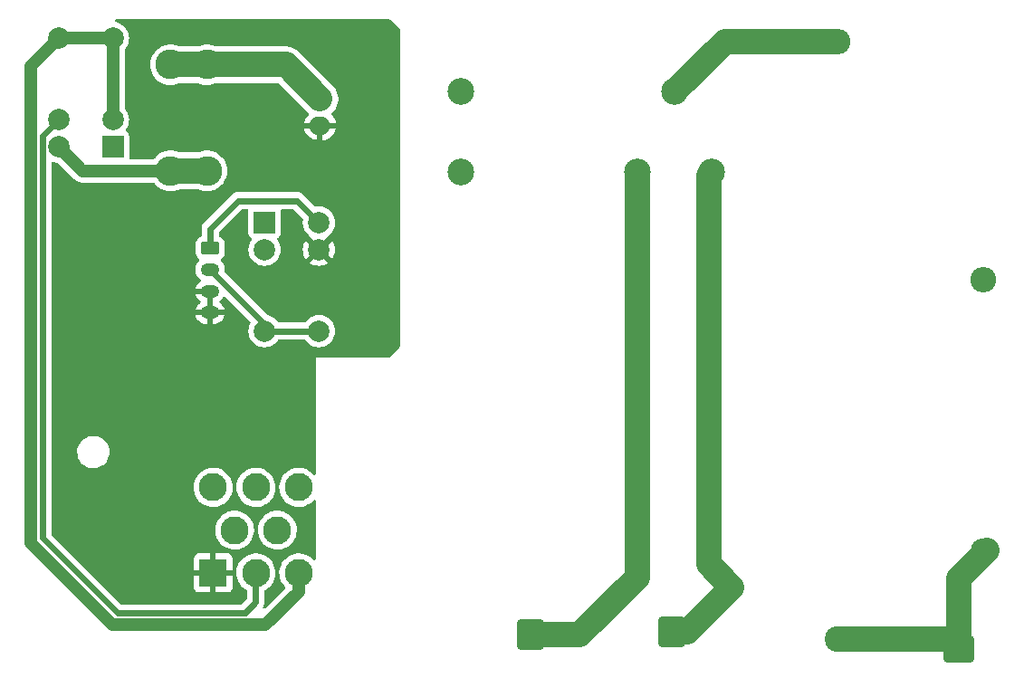
<source format=gbr>
%TF.GenerationSoftware,KiCad,Pcbnew,(6.0.1)*%
%TF.CreationDate,2022-11-29T11:44:29-05:00*%
%TF.ProjectId,pacman_side_2,7061636d-616e-45f7-9369-64655f322e6b,rev?*%
%TF.SameCoordinates,Original*%
%TF.FileFunction,Copper,L1,Top*%
%TF.FilePolarity,Positive*%
%FSLAX46Y46*%
G04 Gerber Fmt 4.6, Leading zero omitted, Abs format (unit mm)*
G04 Created by KiCad (PCBNEW (6.0.1)) date 2022-11-29 11:44:29*
%MOMM*%
%LPD*%
G01*
G04 APERTURE LIST*
G04 Aperture macros list*
%AMRoundRect*
0 Rectangle with rounded corners*
0 $1 Rounding radius*
0 $2 $3 $4 $5 $6 $7 $8 $9 X,Y pos of 4 corners*
0 Add a 4 corners polygon primitive as box body*
4,1,4,$2,$3,$4,$5,$6,$7,$8,$9,$2,$3,0*
0 Add four circle primitives for the rounded corners*
1,1,$1+$1,$2,$3*
1,1,$1+$1,$4,$5*
1,1,$1+$1,$6,$7*
1,1,$1+$1,$8,$9*
0 Add four rect primitives between the rounded corners*
20,1,$1+$1,$2,$3,$4,$5,0*
20,1,$1+$1,$4,$5,$6,$7,0*
20,1,$1+$1,$6,$7,$8,$9,0*
20,1,$1+$1,$8,$9,$2,$3,0*%
G04 Aperture macros list end*
%TA.AperFunction,ComponentPad*%
%ADD10RoundRect,0.250000X-0.625000X0.350000X-0.625000X-0.350000X0.625000X-0.350000X0.625000X0.350000X0*%
%TD*%
%TA.AperFunction,ComponentPad*%
%ADD11O,1.750000X1.200000*%
%TD*%
%TA.AperFunction,ComponentPad*%
%ADD12R,2.000000X2.000000*%
%TD*%
%TA.AperFunction,ComponentPad*%
%ADD13C,2.000000*%
%TD*%
%TA.AperFunction,ComponentPad*%
%ADD14C,2.500000*%
%TD*%
%TA.AperFunction,ComponentPad*%
%ADD15C,2.780000*%
%TD*%
%TA.AperFunction,ComponentPad*%
%ADD16RoundRect,0.250000X1.150000X-0.980000X1.150000X0.980000X-1.150000X0.980000X-1.150000X-0.980000X0*%
%TD*%
%TA.AperFunction,ComponentPad*%
%ADD17RoundRect,0.250000X-0.750000X0.600000X-0.750000X-0.600000X0.750000X-0.600000X0.750000X0.600000X0*%
%TD*%
%TA.AperFunction,ComponentPad*%
%ADD18O,2.000000X1.700000*%
%TD*%
%TA.AperFunction,ComponentPad*%
%ADD19C,2.400000*%
%TD*%
%TA.AperFunction,ComponentPad*%
%ADD20O,2.400000X2.400000*%
%TD*%
%TA.AperFunction,ComponentPad*%
%ADD21RoundRect,0.250000X0.980000X1.150000X-0.980000X1.150000X-0.980000X-1.150000X0.980000X-1.150000X0*%
%TD*%
%TA.AperFunction,ComponentPad*%
%ADD22R,2.625000X2.625000*%
%TD*%
%TA.AperFunction,ComponentPad*%
%ADD23C,2.625000*%
%TD*%
%TA.AperFunction,ViaPad*%
%ADD24C,0.800000*%
%TD*%
%TA.AperFunction,Conductor*%
%ADD25C,2.400000*%
%TD*%
%TA.AperFunction,Conductor*%
%ADD26C,0.600000*%
%TD*%
%TA.AperFunction,Conductor*%
%ADD27C,1.200000*%
%TD*%
G04 APERTURE END LIST*
D10*
%TO.P,J9,1,Pin_1*%
%TO.N,/AIR_B-*%
X107061000Y-84773000D03*
D11*
%TO.P,J9,2,Pin_2*%
%TO.N,/AIR_B+*%
X107061000Y-86773000D03*
%TO.P,J9,3,Pin_3*%
%TO.N,GND*%
X107061000Y-88773000D03*
%TO.P,J9,4,Pin_4*%
X107061000Y-90773000D03*
%TD*%
D12*
%TO.P,K3,1*%
%TO.N,unconnected-(K3-Pad1)*%
X97972500Y-75268500D03*
D13*
%TO.P,K3,2*%
%TO.N,+12V*%
X97972500Y-72728500D03*
%TO.P,K3,5*%
X97972500Y-65108500D03*
%TO.P,K3,6*%
X92892500Y-65108500D03*
%TO.P,K3,9*%
%TO.N,/BMS_FAN*%
X92892500Y-72728500D03*
%TO.P,K3,10*%
%TO.N,/FAN_OUT*%
X92892500Y-75268500D03*
%TD*%
D14*
%TO.P,K1,1*%
%TO.N,/INT-*%
X147000000Y-77621000D03*
%TO.P,K1,2*%
%TO.N,/AIR_B-*%
X130500000Y-70121000D03*
%TO.P,K1,5*%
%TO.N,Net-(K1-Pad5)*%
X150500000Y-70121000D03*
%TO.P,K1,9*%
%TO.N,Net-(D3-Pad2)*%
X130500000Y-77621000D03*
%TO.P,K1,10*%
%TO.N,/B+*%
X154000000Y-77621000D03*
%TD*%
D15*
%TO.P,F3,1*%
%TO.N,/FAN_OUT*%
X106765000Y-77521000D03*
X103365000Y-77521000D03*
%TO.P,F3,2*%
%TO.N,Net-(F3-Pad2)*%
X103365000Y-67601000D03*
X106765000Y-67601000D03*
%TD*%
D16*
%TO.P,J3,1,Pin_1*%
%TO.N,/INT+*%
X177115000Y-122224800D03*
%TD*%
D17*
%TO.P,J6,1,Pin_1*%
%TO.N,Net-(F3-Pad2)*%
X117340000Y-70811000D03*
D18*
%TO.P,J6,2,Pin_2*%
%TO.N,GND*%
X117340000Y-73311000D03*
%TD*%
D19*
%TO.P,R3,1*%
%TO.N,/INT+*%
X165735000Y-121285000D03*
D20*
%TO.P,R3,2*%
%TO.N,Net-(K1-Pad5)*%
X165735000Y-65405000D03*
%TD*%
D21*
%TO.P,J4,1,Pin_1*%
%TO.N,/B+*%
X150211000Y-120655000D03*
%TD*%
%TO.P,J5,1,Pin_1*%
%TO.N,/INT-*%
X137003000Y-120909000D03*
%TD*%
D12*
%TO.P,K2,1*%
%TO.N,unconnected-(K2-Pad1)*%
X112157500Y-82353500D03*
D13*
%TO.P,K2,2*%
%TO.N,/MAIN_CONT*%
X112157500Y-84893500D03*
%TO.P,K2,5*%
%TO.N,/AIR_B+*%
X112157500Y-92513500D03*
%TO.P,K2,6*%
X117237500Y-92513500D03*
%TO.P,K2,9*%
%TO.N,GND*%
X117237500Y-84893500D03*
%TO.P,K2,10*%
%TO.N,/AIR_B-*%
X117237500Y-82353500D03*
%TD*%
D22*
%TO.P,J1,1,Pin_1*%
%TO.N,GND*%
X107349000Y-115130000D03*
D23*
%TO.P,J1,2,Pin_2*%
%TO.N,/BMS_FAN*%
X111349000Y-115130000D03*
%TO.P,J1,3,Pin_3*%
%TO.N,+12V*%
X115349000Y-115130000D03*
%TO.P,J1,4,Pin_4*%
%TO.N,/PRECHARGE*%
X109349000Y-111130000D03*
%TO.P,J1,5,Pin_5*%
%TO.N,unconnected-(J1-Pad5)*%
X113349000Y-111130000D03*
%TO.P,J1,6,Pin_6*%
%TO.N,/AIR_B-*%
X107349000Y-107130000D03*
%TO.P,J1,7,Pin_7*%
%TO.N,/MAIN_CONT*%
X111349000Y-107130000D03*
%TO.P,J1,8,Pin_8*%
%TO.N,unconnected-(J1-Pad8)*%
X115349000Y-107130000D03*
%TD*%
D19*
%TO.P,R1,1*%
%TO.N,/INT+*%
X179324000Y-113080800D03*
D20*
%TO.P,R1,2*%
%TO.N,Net-(D1-Pad2)*%
X179324000Y-87680800D03*
%TD*%
D24*
%TO.N,GND*%
X123795000Y-78237000D03*
X119985000Y-82301000D03*
X121509000Y-80523000D03*
%TD*%
D25*
%TO.N,/INT-*%
X137003000Y-120909000D02*
X141616963Y-120909000D01*
X147000000Y-115525963D02*
X147000000Y-77621000D01*
X141616963Y-120909000D02*
X147000000Y-115525963D01*
D26*
%TO.N,/AIR_B+*%
X112157500Y-92513500D02*
X117237500Y-92513500D01*
X112157500Y-91869500D02*
X107061000Y-86773000D01*
X112157500Y-92513500D02*
X112157500Y-91869500D01*
D25*
%TO.N,/B+*%
X151642304Y-120655000D02*
X155824962Y-116472342D01*
X155575000Y-116205000D02*
X153670000Y-114300000D01*
X153670000Y-77951000D02*
X154000000Y-77621000D01*
X150211000Y-120655000D02*
X151642304Y-120655000D01*
X153670000Y-114300000D02*
X153670000Y-77951000D01*
D27*
%TO.N,+12V*%
X92892500Y-65108500D02*
X97972500Y-65108500D01*
X97972500Y-65108500D02*
X97972500Y-72728500D01*
X115315000Y-115061000D02*
X115315000Y-116917155D01*
X90293469Y-67707531D02*
X92892500Y-65108500D01*
X90293469Y-112330425D02*
X90293469Y-67707531D01*
X115315000Y-116917155D02*
X112255635Y-119976520D01*
X97939564Y-119976520D02*
X90293469Y-112330425D01*
X112255635Y-119976520D02*
X97939564Y-119976520D01*
D26*
%TO.N,/AIR_B-*%
X117237500Y-82353500D02*
X115195000Y-80311000D01*
X107061000Y-82931000D02*
X107061000Y-84773000D01*
X109681000Y-80311000D02*
X107061000Y-82931000D01*
X115195000Y-80311000D02*
X109681000Y-80311000D01*
D25*
%TO.N,/INT+*%
X177115000Y-115620000D02*
X179705000Y-113030000D01*
X177115000Y-122224800D02*
X177115000Y-115620000D01*
X176175200Y-121285000D02*
X177115000Y-122224800D01*
X165735000Y-121285000D02*
X176175200Y-121285000D01*
%TO.N,Net-(K1-Pad5)*%
X155216000Y-65405000D02*
X165735000Y-65405000D01*
X150500000Y-70121000D02*
X155216000Y-65405000D01*
%TO.N,Net-(F3-Pad2)*%
X114130000Y-67601000D02*
X117340000Y-70811000D01*
X103365000Y-67601000D02*
X106765000Y-67601000D01*
X106765000Y-67601000D02*
X114130000Y-67601000D01*
%TO.N,/FAN_OUT*%
X106765000Y-77521000D02*
X103365000Y-77521000D01*
D27*
X92892500Y-75268500D02*
X95145000Y-77521000D01*
X95145000Y-77521000D02*
X103365000Y-77521000D01*
D26*
%TO.N,/BMS_FAN*%
X91392989Y-111874989D02*
X91392989Y-74228011D01*
X111315000Y-115061000D02*
X111315000Y-117895000D01*
X91392989Y-74228011D02*
X92892500Y-72728500D01*
X110333000Y-118877000D02*
X98395000Y-118877000D01*
X98395000Y-118877000D02*
X91392989Y-111874989D01*
X111315000Y-117895000D02*
X110333000Y-118877000D01*
%TD*%
%TA.AperFunction,Conductor*%
%TO.N,GND*%
G36*
X123929028Y-63373122D02*
G01*
X123950066Y-63390066D01*
X124774095Y-64214095D01*
X124808121Y-64276407D01*
X124811000Y-64303190D01*
X124811000Y-93948810D01*
X124790998Y-94016931D01*
X124774095Y-94037905D01*
X123847905Y-94964095D01*
X123785593Y-94998121D01*
X123758810Y-95001000D01*
X116937000Y-95001000D01*
X116937000Y-105839483D01*
X116916998Y-105907604D01*
X116863342Y-105954097D01*
X116793068Y-105964201D01*
X116728488Y-105934707D01*
X116712049Y-105917488D01*
X116704258Y-105907604D01*
X116695347Y-105896301D01*
X116498206Y-105710849D01*
X116372252Y-105623471D01*
X116279657Y-105559236D01*
X116279652Y-105559233D01*
X116275819Y-105556574D01*
X116227716Y-105532852D01*
X116037259Y-105438929D01*
X116037256Y-105438928D01*
X116033071Y-105436864D01*
X115974847Y-105418226D01*
X115779741Y-105355772D01*
X115779743Y-105355772D01*
X115775296Y-105354349D01*
X115588576Y-105323940D01*
X115512768Y-105311594D01*
X115512767Y-105311594D01*
X115508156Y-105310843D01*
X115372837Y-105309071D01*
X115242196Y-105307361D01*
X115242193Y-105307361D01*
X115237519Y-105307300D01*
X114969331Y-105343799D01*
X114964845Y-105345107D01*
X114964843Y-105345107D01*
X114933135Y-105354349D01*
X114709484Y-105419537D01*
X114463686Y-105532852D01*
X114459777Y-105535415D01*
X114241250Y-105678687D01*
X114241245Y-105678691D01*
X114237337Y-105681253D01*
X114200588Y-105714053D01*
X114060055Y-105839483D01*
X114035409Y-105861480D01*
X113862339Y-106069575D01*
X113721928Y-106300965D01*
X113720119Y-106305279D01*
X113720118Y-106305281D01*
X113702123Y-106348195D01*
X113617260Y-106550568D01*
X113550637Y-106812900D01*
X113523520Y-107082198D01*
X113536506Y-107352546D01*
X113589309Y-107618006D01*
X113590888Y-107622404D01*
X113590890Y-107622411D01*
X113639871Y-107758833D01*
X113680769Y-107872744D01*
X113808878Y-108111166D01*
X113970820Y-108328033D01*
X113974129Y-108331313D01*
X113974134Y-108331319D01*
X114159722Y-108515294D01*
X114163039Y-108518582D01*
X114166801Y-108521340D01*
X114166804Y-108521343D01*
X114279988Y-108604333D01*
X114381311Y-108678626D01*
X114385442Y-108680800D01*
X114385443Y-108680800D01*
X114616707Y-108802474D01*
X114616713Y-108802476D01*
X114620842Y-108804649D01*
X114625249Y-108806188D01*
X114625256Y-108806191D01*
X114871953Y-108892341D01*
X114876369Y-108893883D01*
X114880962Y-108894755D01*
X115137690Y-108943497D01*
X115137693Y-108943497D01*
X115142279Y-108944368D01*
X115270855Y-108949420D01*
X115408062Y-108954811D01*
X115408067Y-108954811D01*
X115412730Y-108954994D01*
X115517708Y-108943497D01*
X115677128Y-108926038D01*
X115677133Y-108926037D01*
X115681781Y-108925528D01*
X115686305Y-108924337D01*
X115938999Y-108857808D01*
X115939001Y-108857807D01*
X115943522Y-108856617D01*
X116060892Y-108806191D01*
X116187908Y-108751621D01*
X116187910Y-108751620D01*
X116192202Y-108749776D01*
X116311642Y-108675864D01*
X116418385Y-108609810D01*
X116418389Y-108609807D01*
X116422358Y-108607351D01*
X116523955Y-108521343D01*
X116625368Y-108435491D01*
X116625370Y-108435489D01*
X116628935Y-108432471D01*
X116716269Y-108332885D01*
X116776221Y-108294858D01*
X116847217Y-108295280D01*
X116906713Y-108334018D01*
X116935822Y-108398773D01*
X116937000Y-108415963D01*
X116937000Y-113839483D01*
X116916998Y-113907604D01*
X116863342Y-113954097D01*
X116793068Y-113964201D01*
X116728488Y-113934707D01*
X116712049Y-113917488D01*
X116704258Y-113907604D01*
X116695347Y-113896301D01*
X116498206Y-113710849D01*
X116357000Y-113612891D01*
X116279657Y-113559236D01*
X116279652Y-113559233D01*
X116275819Y-113556574D01*
X116227716Y-113532852D01*
X116037259Y-113438929D01*
X116037256Y-113438928D01*
X116033071Y-113436864D01*
X115992938Y-113424017D01*
X115779741Y-113355772D01*
X115779743Y-113355772D01*
X115775296Y-113354349D01*
X115611147Y-113327616D01*
X115512768Y-113311594D01*
X115512767Y-113311594D01*
X115508156Y-113310843D01*
X115372838Y-113309072D01*
X115242196Y-113307361D01*
X115242193Y-113307361D01*
X115237519Y-113307300D01*
X114969331Y-113343799D01*
X114964845Y-113345107D01*
X114964843Y-113345107D01*
X114933135Y-113354349D01*
X114709484Y-113419537D01*
X114463686Y-113532852D01*
X114459777Y-113535415D01*
X114241250Y-113678687D01*
X114241245Y-113678691D01*
X114237337Y-113681253D01*
X114142374Y-113766010D01*
X114060055Y-113839483D01*
X114035409Y-113861480D01*
X113862339Y-114069575D01*
X113721928Y-114300965D01*
X113720119Y-114305279D01*
X113720118Y-114305281D01*
X113702123Y-114348195D01*
X113617260Y-114550568D01*
X113550637Y-114812900D01*
X113523520Y-115082198D01*
X113536506Y-115352546D01*
X113589309Y-115618006D01*
X113590888Y-115622404D01*
X113590890Y-115622411D01*
X113639871Y-115758833D01*
X113680769Y-115872744D01*
X113808878Y-116111166D01*
X113970820Y-116328033D01*
X114064568Y-116420967D01*
X114098863Y-116483128D01*
X114094108Y-116553965D01*
X114064956Y-116599543D01*
X112219116Y-118445383D01*
X112156804Y-118479409D01*
X112085989Y-118474344D01*
X112029153Y-118431797D01*
X112004342Y-118365277D01*
X112016576Y-118301458D01*
X112018068Y-118298371D01*
X112025602Y-118284945D01*
X112039948Y-118262684D01*
X112043765Y-118256762D01*
X112046173Y-118250145D01*
X112046176Y-118250140D01*
X112058592Y-118216027D01*
X112063553Y-118204284D01*
X112079353Y-118171600D01*
X112079356Y-118171591D01*
X112082421Y-118165251D01*
X112089966Y-118132572D01*
X112094334Y-118117825D01*
X112105803Y-118086315D01*
X112106685Y-118079330D01*
X112106687Y-118079323D01*
X112111237Y-118043308D01*
X112113472Y-118030757D01*
X112121640Y-117995378D01*
X112123225Y-117988515D01*
X112123367Y-117947926D01*
X112123396Y-117947057D01*
X112123500Y-117946231D01*
X112123500Y-117909714D01*
X112123858Y-117807130D01*
X112123589Y-117805927D01*
X112123500Y-117804283D01*
X112123500Y-116861608D01*
X112143502Y-116793487D01*
X112190675Y-116750432D01*
X112192202Y-116749776D01*
X112307179Y-116678626D01*
X112418385Y-116609810D01*
X112418389Y-116609807D01*
X112422358Y-116607351D01*
X112523955Y-116521343D01*
X112625368Y-116435491D01*
X112625370Y-116435489D01*
X112628935Y-116432471D01*
X112807393Y-116228978D01*
X112953813Y-116001342D01*
X113064978Y-115754565D01*
X113138446Y-115494067D01*
X113172603Y-115225571D01*
X113175106Y-115130000D01*
X113155048Y-114860084D01*
X113095314Y-114596098D01*
X112997216Y-114343841D01*
X112862910Y-114108854D01*
X112695347Y-113896301D01*
X112498206Y-113710849D01*
X112357000Y-113612891D01*
X112279657Y-113559236D01*
X112279652Y-113559233D01*
X112275819Y-113556574D01*
X112227716Y-113532852D01*
X112037259Y-113438929D01*
X112037256Y-113438928D01*
X112033071Y-113436864D01*
X111992938Y-113424017D01*
X111779741Y-113355772D01*
X111779743Y-113355772D01*
X111775296Y-113354349D01*
X111611147Y-113327616D01*
X111512768Y-113311594D01*
X111512767Y-113311594D01*
X111508156Y-113310843D01*
X111372838Y-113309072D01*
X111242196Y-113307361D01*
X111242193Y-113307361D01*
X111237519Y-113307300D01*
X110969331Y-113343799D01*
X110964845Y-113345107D01*
X110964843Y-113345107D01*
X110933135Y-113354349D01*
X110709484Y-113419537D01*
X110463686Y-113532852D01*
X110459777Y-113535415D01*
X110241250Y-113678687D01*
X110241245Y-113678691D01*
X110237337Y-113681253D01*
X110142374Y-113766010D01*
X110060055Y-113839483D01*
X110035409Y-113861480D01*
X109862339Y-114069575D01*
X109721928Y-114300965D01*
X109720119Y-114305279D01*
X109720118Y-114305281D01*
X109702123Y-114348195D01*
X109617260Y-114550568D01*
X109550637Y-114812900D01*
X109523520Y-115082198D01*
X109536506Y-115352546D01*
X109589309Y-115618006D01*
X109590888Y-115622404D01*
X109590890Y-115622411D01*
X109639871Y-115758833D01*
X109680769Y-115872744D01*
X109808878Y-116111166D01*
X109970820Y-116328033D01*
X109974127Y-116331311D01*
X109974134Y-116331319D01*
X110138227Y-116493986D01*
X110163039Y-116518582D01*
X110166801Y-116521340D01*
X110166804Y-116521343D01*
X110284104Y-116607351D01*
X110381311Y-116678626D01*
X110439170Y-116709067D01*
X110490140Y-116758483D01*
X110506500Y-116820573D01*
X110506500Y-117507918D01*
X110486498Y-117576039D01*
X110469595Y-117597013D01*
X110035013Y-118031595D01*
X109972701Y-118065621D01*
X109945918Y-118068500D01*
X98782082Y-118068500D01*
X98713961Y-118048498D01*
X98692987Y-118031595D01*
X97148561Y-116487169D01*
X105528501Y-116487169D01*
X105528871Y-116493990D01*
X105534395Y-116544852D01*
X105538021Y-116560104D01*
X105583176Y-116680554D01*
X105591714Y-116696149D01*
X105668215Y-116798224D01*
X105680776Y-116810785D01*
X105782851Y-116887286D01*
X105798446Y-116895824D01*
X105918894Y-116940978D01*
X105934149Y-116944605D01*
X105985014Y-116950131D01*
X105991828Y-116950500D01*
X107076885Y-116950500D01*
X107092124Y-116946025D01*
X107093329Y-116944635D01*
X107095000Y-116936952D01*
X107095000Y-116932384D01*
X107603000Y-116932384D01*
X107607475Y-116947623D01*
X107608865Y-116948828D01*
X107616548Y-116950499D01*
X108706169Y-116950499D01*
X108712990Y-116950129D01*
X108763852Y-116944605D01*
X108779104Y-116940979D01*
X108899554Y-116895824D01*
X108915149Y-116887286D01*
X109017224Y-116810785D01*
X109029785Y-116798224D01*
X109106286Y-116696149D01*
X109114824Y-116680554D01*
X109159978Y-116560106D01*
X109163605Y-116544851D01*
X109169131Y-116493986D01*
X109169500Y-116487172D01*
X109169500Y-115402115D01*
X109165025Y-115386876D01*
X109163635Y-115385671D01*
X109155952Y-115384000D01*
X107621115Y-115384000D01*
X107605876Y-115388475D01*
X107604671Y-115389865D01*
X107603000Y-115397548D01*
X107603000Y-116932384D01*
X107095000Y-116932384D01*
X107095000Y-115402115D01*
X107090525Y-115386876D01*
X107089135Y-115385671D01*
X107081452Y-115384000D01*
X105546616Y-115384000D01*
X105531377Y-115388475D01*
X105530172Y-115389865D01*
X105528501Y-115397548D01*
X105528501Y-116487169D01*
X97148561Y-116487169D01*
X95519277Y-114857885D01*
X105528500Y-114857885D01*
X105532975Y-114873124D01*
X105534365Y-114874329D01*
X105542048Y-114876000D01*
X107076885Y-114876000D01*
X107092124Y-114871525D01*
X107093329Y-114870135D01*
X107095000Y-114862452D01*
X107095000Y-114857885D01*
X107603000Y-114857885D01*
X107607475Y-114873124D01*
X107608865Y-114874329D01*
X107616548Y-114876000D01*
X109151384Y-114876000D01*
X109166623Y-114871525D01*
X109167828Y-114870135D01*
X109169499Y-114862452D01*
X109169499Y-113772831D01*
X109169129Y-113766010D01*
X109163605Y-113715148D01*
X109159979Y-113699896D01*
X109114824Y-113579446D01*
X109106286Y-113563851D01*
X109029785Y-113461776D01*
X109017224Y-113449215D01*
X108915149Y-113372714D01*
X108899554Y-113364176D01*
X108779106Y-113319022D01*
X108763851Y-113315395D01*
X108712986Y-113309869D01*
X108706172Y-113309500D01*
X107621115Y-113309500D01*
X107605876Y-113313975D01*
X107604671Y-113315365D01*
X107603000Y-113323048D01*
X107603000Y-114857885D01*
X107095000Y-114857885D01*
X107095000Y-113327616D01*
X107090525Y-113312377D01*
X107089135Y-113311172D01*
X107081452Y-113309501D01*
X105991831Y-113309501D01*
X105985010Y-113309871D01*
X105934148Y-113315395D01*
X105918896Y-113319021D01*
X105798446Y-113364176D01*
X105782851Y-113372714D01*
X105680776Y-113449215D01*
X105668215Y-113461776D01*
X105591714Y-113563851D01*
X105583176Y-113579446D01*
X105538022Y-113699894D01*
X105534395Y-113715149D01*
X105528869Y-113766014D01*
X105528500Y-113772828D01*
X105528500Y-114857885D01*
X95519277Y-114857885D01*
X92238394Y-111577002D01*
X92204368Y-111514690D01*
X92201489Y-111487907D01*
X92201489Y-111082198D01*
X107523520Y-111082198D01*
X107536506Y-111352546D01*
X107589309Y-111618006D01*
X107590888Y-111622404D01*
X107590890Y-111622411D01*
X107639871Y-111758833D01*
X107680769Y-111872744D01*
X107808878Y-112111166D01*
X107970820Y-112328033D01*
X107974129Y-112331313D01*
X107974134Y-112331319D01*
X108159722Y-112515294D01*
X108163039Y-112518582D01*
X108166801Y-112521340D01*
X108166804Y-112521343D01*
X108279988Y-112604333D01*
X108381311Y-112678626D01*
X108385442Y-112680800D01*
X108385443Y-112680800D01*
X108616707Y-112802474D01*
X108616713Y-112802476D01*
X108620842Y-112804649D01*
X108625249Y-112806188D01*
X108625256Y-112806191D01*
X108871953Y-112892341D01*
X108876369Y-112893883D01*
X108880962Y-112894755D01*
X109137690Y-112943497D01*
X109137693Y-112943497D01*
X109142279Y-112944368D01*
X109270855Y-112949420D01*
X109408062Y-112954811D01*
X109408067Y-112954811D01*
X109412730Y-112954994D01*
X109517708Y-112943497D01*
X109677128Y-112926038D01*
X109677133Y-112926037D01*
X109681781Y-112925528D01*
X109686305Y-112924337D01*
X109938999Y-112857808D01*
X109939001Y-112857807D01*
X109943522Y-112856617D01*
X110060892Y-112806191D01*
X110187908Y-112751621D01*
X110187910Y-112751620D01*
X110192202Y-112749776D01*
X110311642Y-112675864D01*
X110418385Y-112609810D01*
X110418389Y-112609807D01*
X110422358Y-112607351D01*
X110523955Y-112521343D01*
X110625368Y-112435491D01*
X110625370Y-112435489D01*
X110628935Y-112432471D01*
X110807393Y-112228978D01*
X110953813Y-112001342D01*
X111064978Y-111754565D01*
X111138446Y-111494067D01*
X111172603Y-111225571D01*
X111175106Y-111130000D01*
X111171554Y-111082198D01*
X111523520Y-111082198D01*
X111536506Y-111352546D01*
X111589309Y-111618006D01*
X111590888Y-111622404D01*
X111590890Y-111622411D01*
X111639871Y-111758833D01*
X111680769Y-111872744D01*
X111808878Y-112111166D01*
X111970820Y-112328033D01*
X111974129Y-112331313D01*
X111974134Y-112331319D01*
X112159722Y-112515294D01*
X112163039Y-112518582D01*
X112166801Y-112521340D01*
X112166804Y-112521343D01*
X112279988Y-112604333D01*
X112381311Y-112678626D01*
X112385442Y-112680800D01*
X112385443Y-112680800D01*
X112616707Y-112802474D01*
X112616713Y-112802476D01*
X112620842Y-112804649D01*
X112625249Y-112806188D01*
X112625256Y-112806191D01*
X112871953Y-112892341D01*
X112876369Y-112893883D01*
X112880962Y-112894755D01*
X113137690Y-112943497D01*
X113137693Y-112943497D01*
X113142279Y-112944368D01*
X113270855Y-112949420D01*
X113408062Y-112954811D01*
X113408067Y-112954811D01*
X113412730Y-112954994D01*
X113517708Y-112943497D01*
X113677128Y-112926038D01*
X113677133Y-112926037D01*
X113681781Y-112925528D01*
X113686305Y-112924337D01*
X113938999Y-112857808D01*
X113939001Y-112857807D01*
X113943522Y-112856617D01*
X114060892Y-112806191D01*
X114187908Y-112751621D01*
X114187910Y-112751620D01*
X114192202Y-112749776D01*
X114311642Y-112675864D01*
X114418385Y-112609810D01*
X114418389Y-112609807D01*
X114422358Y-112607351D01*
X114523955Y-112521343D01*
X114625368Y-112435491D01*
X114625370Y-112435489D01*
X114628935Y-112432471D01*
X114807393Y-112228978D01*
X114953813Y-112001342D01*
X115064978Y-111754565D01*
X115138446Y-111494067D01*
X115172603Y-111225571D01*
X115175106Y-111130000D01*
X115155048Y-110860084D01*
X115095314Y-110596098D01*
X114997216Y-110343841D01*
X114862910Y-110108854D01*
X114695347Y-109896301D01*
X114498206Y-109710849D01*
X114372252Y-109623471D01*
X114279657Y-109559236D01*
X114279652Y-109559233D01*
X114275819Y-109556574D01*
X114227716Y-109532852D01*
X114037259Y-109438929D01*
X114037256Y-109438928D01*
X114033071Y-109436864D01*
X113974847Y-109418226D01*
X113779741Y-109355772D01*
X113779743Y-109355772D01*
X113775296Y-109354349D01*
X113628860Y-109330501D01*
X113512768Y-109311594D01*
X113512767Y-109311594D01*
X113508156Y-109310843D01*
X113372838Y-109309072D01*
X113242196Y-109307361D01*
X113242193Y-109307361D01*
X113237519Y-109307300D01*
X112969331Y-109343799D01*
X112964845Y-109345107D01*
X112964843Y-109345107D01*
X112933135Y-109354349D01*
X112709484Y-109419537D01*
X112463686Y-109532852D01*
X112459777Y-109535415D01*
X112241250Y-109678687D01*
X112241245Y-109678691D01*
X112237337Y-109681253D01*
X112035409Y-109861480D01*
X111862339Y-110069575D01*
X111721928Y-110300965D01*
X111720119Y-110305279D01*
X111720118Y-110305281D01*
X111702123Y-110348195D01*
X111617260Y-110550568D01*
X111550637Y-110812900D01*
X111523520Y-111082198D01*
X111171554Y-111082198D01*
X111155048Y-110860084D01*
X111095314Y-110596098D01*
X110997216Y-110343841D01*
X110862910Y-110108854D01*
X110695347Y-109896301D01*
X110498206Y-109710849D01*
X110372252Y-109623471D01*
X110279657Y-109559236D01*
X110279652Y-109559233D01*
X110275819Y-109556574D01*
X110227716Y-109532852D01*
X110037259Y-109438929D01*
X110037256Y-109438928D01*
X110033071Y-109436864D01*
X109974847Y-109418226D01*
X109779741Y-109355772D01*
X109779743Y-109355772D01*
X109775296Y-109354349D01*
X109628860Y-109330501D01*
X109512768Y-109311594D01*
X109512767Y-109311594D01*
X109508156Y-109310843D01*
X109372838Y-109309072D01*
X109242196Y-109307361D01*
X109242193Y-109307361D01*
X109237519Y-109307300D01*
X108969331Y-109343799D01*
X108964845Y-109345107D01*
X108964843Y-109345107D01*
X108933135Y-109354349D01*
X108709484Y-109419537D01*
X108463686Y-109532852D01*
X108459777Y-109535415D01*
X108241250Y-109678687D01*
X108241245Y-109678691D01*
X108237337Y-109681253D01*
X108035409Y-109861480D01*
X107862339Y-110069575D01*
X107721928Y-110300965D01*
X107720119Y-110305279D01*
X107720118Y-110305281D01*
X107702123Y-110348195D01*
X107617260Y-110550568D01*
X107550637Y-110812900D01*
X107523520Y-111082198D01*
X92201489Y-111082198D01*
X92201489Y-107082198D01*
X105523520Y-107082198D01*
X105536506Y-107352546D01*
X105589309Y-107618006D01*
X105590888Y-107622404D01*
X105590890Y-107622411D01*
X105639871Y-107758833D01*
X105680769Y-107872744D01*
X105808878Y-108111166D01*
X105970820Y-108328033D01*
X105974129Y-108331313D01*
X105974134Y-108331319D01*
X106159722Y-108515294D01*
X106163039Y-108518582D01*
X106166801Y-108521340D01*
X106166804Y-108521343D01*
X106279988Y-108604333D01*
X106381311Y-108678626D01*
X106385442Y-108680800D01*
X106385443Y-108680800D01*
X106616707Y-108802474D01*
X106616713Y-108802476D01*
X106620842Y-108804649D01*
X106625249Y-108806188D01*
X106625256Y-108806191D01*
X106871953Y-108892341D01*
X106876369Y-108893883D01*
X106880962Y-108894755D01*
X107137690Y-108943497D01*
X107137693Y-108943497D01*
X107142279Y-108944368D01*
X107270855Y-108949420D01*
X107408062Y-108954811D01*
X107408067Y-108954811D01*
X107412730Y-108954994D01*
X107517708Y-108943497D01*
X107677128Y-108926038D01*
X107677133Y-108926037D01*
X107681781Y-108925528D01*
X107686305Y-108924337D01*
X107938999Y-108857808D01*
X107939001Y-108857807D01*
X107943522Y-108856617D01*
X108060892Y-108806191D01*
X108187908Y-108751621D01*
X108187910Y-108751620D01*
X108192202Y-108749776D01*
X108311642Y-108675864D01*
X108418385Y-108609810D01*
X108418389Y-108609807D01*
X108422358Y-108607351D01*
X108523955Y-108521343D01*
X108625368Y-108435491D01*
X108625370Y-108435489D01*
X108628935Y-108432471D01*
X108807393Y-108228978D01*
X108953813Y-108001342D01*
X109064978Y-107754565D01*
X109138446Y-107494067D01*
X109172603Y-107225571D01*
X109175106Y-107130000D01*
X109171554Y-107082198D01*
X109523520Y-107082198D01*
X109536506Y-107352546D01*
X109589309Y-107618006D01*
X109590888Y-107622404D01*
X109590890Y-107622411D01*
X109639871Y-107758833D01*
X109680769Y-107872744D01*
X109808878Y-108111166D01*
X109970820Y-108328033D01*
X109974129Y-108331313D01*
X109974134Y-108331319D01*
X110159722Y-108515294D01*
X110163039Y-108518582D01*
X110166801Y-108521340D01*
X110166804Y-108521343D01*
X110279988Y-108604333D01*
X110381311Y-108678626D01*
X110385442Y-108680800D01*
X110385443Y-108680800D01*
X110616707Y-108802474D01*
X110616713Y-108802476D01*
X110620842Y-108804649D01*
X110625249Y-108806188D01*
X110625256Y-108806191D01*
X110871953Y-108892341D01*
X110876369Y-108893883D01*
X110880962Y-108894755D01*
X111137690Y-108943497D01*
X111137693Y-108943497D01*
X111142279Y-108944368D01*
X111270855Y-108949420D01*
X111408062Y-108954811D01*
X111408067Y-108954811D01*
X111412730Y-108954994D01*
X111517708Y-108943497D01*
X111677128Y-108926038D01*
X111677133Y-108926037D01*
X111681781Y-108925528D01*
X111686305Y-108924337D01*
X111938999Y-108857808D01*
X111939001Y-108857807D01*
X111943522Y-108856617D01*
X112060892Y-108806191D01*
X112187908Y-108751621D01*
X112187910Y-108751620D01*
X112192202Y-108749776D01*
X112311642Y-108675864D01*
X112418385Y-108609810D01*
X112418389Y-108609807D01*
X112422358Y-108607351D01*
X112523955Y-108521343D01*
X112625368Y-108435491D01*
X112625370Y-108435489D01*
X112628935Y-108432471D01*
X112807393Y-108228978D01*
X112953813Y-108001342D01*
X113064978Y-107754565D01*
X113138446Y-107494067D01*
X113172603Y-107225571D01*
X113175106Y-107130000D01*
X113155048Y-106860084D01*
X113095314Y-106596098D01*
X112997216Y-106343841D01*
X112862910Y-106108854D01*
X112695347Y-105896301D01*
X112498206Y-105710849D01*
X112372252Y-105623471D01*
X112279657Y-105559236D01*
X112279652Y-105559233D01*
X112275819Y-105556574D01*
X112227716Y-105532852D01*
X112037259Y-105438929D01*
X112037256Y-105438928D01*
X112033071Y-105436864D01*
X111974847Y-105418226D01*
X111779741Y-105355772D01*
X111779743Y-105355772D01*
X111775296Y-105354349D01*
X111588576Y-105323940D01*
X111512768Y-105311594D01*
X111512767Y-105311594D01*
X111508156Y-105310843D01*
X111372837Y-105309071D01*
X111242196Y-105307361D01*
X111242193Y-105307361D01*
X111237519Y-105307300D01*
X110969331Y-105343799D01*
X110964845Y-105345107D01*
X110964843Y-105345107D01*
X110933135Y-105354349D01*
X110709484Y-105419537D01*
X110463686Y-105532852D01*
X110459777Y-105535415D01*
X110241250Y-105678687D01*
X110241245Y-105678691D01*
X110237337Y-105681253D01*
X110200588Y-105714053D01*
X110060055Y-105839483D01*
X110035409Y-105861480D01*
X109862339Y-106069575D01*
X109721928Y-106300965D01*
X109720119Y-106305279D01*
X109720118Y-106305281D01*
X109702123Y-106348195D01*
X109617260Y-106550568D01*
X109550637Y-106812900D01*
X109523520Y-107082198D01*
X109171554Y-107082198D01*
X109155048Y-106860084D01*
X109095314Y-106596098D01*
X108997216Y-106343841D01*
X108862910Y-106108854D01*
X108695347Y-105896301D01*
X108498206Y-105710849D01*
X108372252Y-105623471D01*
X108279657Y-105559236D01*
X108279652Y-105559233D01*
X108275819Y-105556574D01*
X108227716Y-105532852D01*
X108037259Y-105438929D01*
X108037256Y-105438928D01*
X108033071Y-105436864D01*
X107974847Y-105418226D01*
X107779741Y-105355772D01*
X107779743Y-105355772D01*
X107775296Y-105354349D01*
X107588576Y-105323940D01*
X107512768Y-105311594D01*
X107512767Y-105311594D01*
X107508156Y-105310843D01*
X107372837Y-105309071D01*
X107242196Y-105307361D01*
X107242193Y-105307361D01*
X107237519Y-105307300D01*
X106969331Y-105343799D01*
X106964845Y-105345107D01*
X106964843Y-105345107D01*
X106933135Y-105354349D01*
X106709484Y-105419537D01*
X106463686Y-105532852D01*
X106459777Y-105535415D01*
X106241250Y-105678687D01*
X106241245Y-105678691D01*
X106237337Y-105681253D01*
X106200588Y-105714053D01*
X106060055Y-105839483D01*
X106035409Y-105861480D01*
X105862339Y-106069575D01*
X105721928Y-106300965D01*
X105720119Y-106305279D01*
X105720118Y-106305281D01*
X105702123Y-106348195D01*
X105617260Y-106550568D01*
X105550637Y-106812900D01*
X105523520Y-107082198D01*
X92201489Y-107082198D01*
X92201489Y-103882817D01*
X94636514Y-103882817D01*
X94637095Y-103887837D01*
X94637095Y-103887841D01*
X94652923Y-104024631D01*
X94664415Y-104123956D01*
X94665791Y-104128820D01*
X94665792Y-104128823D01*
X94711476Y-104290266D01*
X94730510Y-104357532D01*
X94732644Y-104362108D01*
X94732646Y-104362114D01*
X94789446Y-104483922D01*
X94833099Y-104577536D01*
X94969544Y-104778307D01*
X95136332Y-104954681D01*
X95140358Y-104957759D01*
X95140359Y-104957760D01*
X95325154Y-105099047D01*
X95325158Y-105099050D01*
X95329174Y-105102120D01*
X95543109Y-105216831D01*
X95772631Y-105295862D01*
X95859364Y-105310843D01*
X96007926Y-105336504D01*
X96007932Y-105336505D01*
X96011836Y-105337179D01*
X96015797Y-105337359D01*
X96015798Y-105337359D01*
X96039506Y-105338436D01*
X96039525Y-105338436D01*
X96040925Y-105338500D01*
X96210001Y-105338500D01*
X96212509Y-105338298D01*
X96212514Y-105338298D01*
X96385924Y-105324346D01*
X96385929Y-105324345D01*
X96390965Y-105323940D01*
X96395873Y-105322734D01*
X96395876Y-105322734D01*
X96621792Y-105267244D01*
X96626706Y-105266037D01*
X96631358Y-105264062D01*
X96631362Y-105264061D01*
X96845498Y-105173165D01*
X96850156Y-105171188D01*
X96956037Y-105104511D01*
X97051288Y-105044528D01*
X97051291Y-105044526D01*
X97055567Y-105041833D01*
X97154422Y-104954681D01*
X97233858Y-104884650D01*
X97233861Y-104884647D01*
X97237655Y-104881302D01*
X97391734Y-104693722D01*
X97513841Y-104483922D01*
X97600833Y-104257298D01*
X97650474Y-104019680D01*
X97661486Y-103777183D01*
X97646235Y-103645373D01*
X97634167Y-103541071D01*
X97634166Y-103541067D01*
X97633585Y-103536044D01*
X97594517Y-103397978D01*
X97568866Y-103307331D01*
X97567490Y-103302468D01*
X97565356Y-103297892D01*
X97565354Y-103297886D01*
X97467038Y-103087046D01*
X97467036Y-103087042D01*
X97464901Y-103082464D01*
X97328456Y-102881693D01*
X97161668Y-102705319D01*
X97157641Y-102702240D01*
X96972846Y-102560953D01*
X96972842Y-102560950D01*
X96968826Y-102557880D01*
X96754891Y-102443169D01*
X96525369Y-102364138D01*
X96426022Y-102346978D01*
X96290074Y-102323496D01*
X96290068Y-102323495D01*
X96286164Y-102322821D01*
X96282203Y-102322641D01*
X96282202Y-102322641D01*
X96258494Y-102321564D01*
X96258475Y-102321564D01*
X96257075Y-102321500D01*
X96087999Y-102321500D01*
X96085491Y-102321702D01*
X96085486Y-102321702D01*
X95912076Y-102335654D01*
X95912071Y-102335655D01*
X95907035Y-102336060D01*
X95902127Y-102337266D01*
X95902124Y-102337266D01*
X95786007Y-102365787D01*
X95671294Y-102393963D01*
X95666642Y-102395938D01*
X95666638Y-102395939D01*
X95559252Y-102441522D01*
X95447844Y-102488812D01*
X95443560Y-102491510D01*
X95246712Y-102615472D01*
X95246709Y-102615474D01*
X95242433Y-102618167D01*
X95238639Y-102621512D01*
X95064142Y-102775350D01*
X95064139Y-102775353D01*
X95060345Y-102778698D01*
X94906266Y-102966278D01*
X94784159Y-103176078D01*
X94697167Y-103402702D01*
X94647526Y-103640320D01*
X94636514Y-103882817D01*
X92201489Y-103882817D01*
X92201489Y-91040399D01*
X105710712Y-91040399D01*
X105732194Y-91129537D01*
X105736083Y-91140832D01*
X105818629Y-91322382D01*
X105824576Y-91332724D01*
X105939968Y-91495397D01*
X105947761Y-91504425D01*
X106091831Y-91642342D01*
X106101196Y-91649738D01*
X106268741Y-91757921D01*
X106279345Y-91763417D01*
X106464312Y-91837961D01*
X106475770Y-91841355D01*
X106672928Y-91879857D01*
X106681791Y-91880934D01*
X106684500Y-91881000D01*
X106788885Y-91881000D01*
X106804124Y-91876525D01*
X106805329Y-91875135D01*
X106807000Y-91867452D01*
X106807000Y-91862885D01*
X107315000Y-91862885D01*
X107319475Y-91878124D01*
X107320865Y-91879329D01*
X107328548Y-91881000D01*
X107385832Y-91881000D01*
X107391808Y-91880715D01*
X107540494Y-91866529D01*
X107552228Y-91864270D01*
X107743599Y-91808128D01*
X107754675Y-91803698D01*
X107931978Y-91712381D01*
X107942024Y-91705931D01*
X108098857Y-91582738D01*
X108107506Y-91574501D01*
X108238212Y-91423877D01*
X108245147Y-91414153D01*
X108345010Y-91241533D01*
X108349984Y-91230669D01*
X108415407Y-91042273D01*
X108415648Y-91041284D01*
X108414180Y-91030992D01*
X108400615Y-91027000D01*
X107333115Y-91027000D01*
X107317876Y-91031475D01*
X107316671Y-91032865D01*
X107315000Y-91040548D01*
X107315000Y-91862885D01*
X106807000Y-91862885D01*
X106807000Y-91045115D01*
X106802525Y-91029876D01*
X106801135Y-91028671D01*
X106793452Y-91027000D01*
X105725598Y-91027000D01*
X105712067Y-91030973D01*
X105710712Y-91040399D01*
X92201489Y-91040399D01*
X92201489Y-90504716D01*
X105706352Y-90504716D01*
X105707820Y-90515008D01*
X105721385Y-90519000D01*
X106788885Y-90519000D01*
X106804124Y-90514525D01*
X106805329Y-90513135D01*
X106807000Y-90505452D01*
X106807000Y-89045115D01*
X106802525Y-89029876D01*
X106801135Y-89028671D01*
X106793452Y-89027000D01*
X105725598Y-89027000D01*
X105712067Y-89030973D01*
X105710712Y-89040399D01*
X105732194Y-89129537D01*
X105736083Y-89140832D01*
X105818629Y-89322382D01*
X105824576Y-89332724D01*
X105939968Y-89495397D01*
X105947761Y-89504425D01*
X106091831Y-89642342D01*
X106101201Y-89649742D01*
X106129021Y-89667705D01*
X106175399Y-89721460D01*
X106185353Y-89791756D01*
X106155722Y-89856273D01*
X106138507Y-89872643D01*
X106023143Y-89963262D01*
X106014494Y-89971499D01*
X105883788Y-90122123D01*
X105876853Y-90131847D01*
X105776990Y-90304467D01*
X105772016Y-90315331D01*
X105706593Y-90503727D01*
X105706352Y-90504716D01*
X92201489Y-90504716D01*
X92201489Y-86718604D01*
X105673787Y-86718604D01*
X105683567Y-86929899D01*
X105733125Y-87135534D01*
X105820674Y-87328087D01*
X105943054Y-87500611D01*
X106095850Y-87646881D01*
X106100881Y-87650130D01*
X106100888Y-87650135D01*
X106128607Y-87668033D01*
X106174984Y-87721789D01*
X106184937Y-87792085D01*
X106155304Y-87856602D01*
X106138091Y-87872970D01*
X106023143Y-87963262D01*
X106014494Y-87971499D01*
X105883788Y-88122123D01*
X105876853Y-88131847D01*
X105776990Y-88304467D01*
X105772016Y-88315331D01*
X105706593Y-88503727D01*
X105706352Y-88504716D01*
X105707820Y-88515008D01*
X105721385Y-88519000D01*
X107189000Y-88519000D01*
X107257121Y-88539002D01*
X107303614Y-88592658D01*
X107315000Y-88645000D01*
X107315000Y-90500885D01*
X107319475Y-90516124D01*
X107320865Y-90517329D01*
X107328548Y-90519000D01*
X108396402Y-90519000D01*
X108409933Y-90515027D01*
X108411288Y-90505601D01*
X108389806Y-90416463D01*
X108385917Y-90405168D01*
X108303371Y-90223618D01*
X108297424Y-90213276D01*
X108182032Y-90050603D01*
X108174239Y-90041575D01*
X108030169Y-89903658D01*
X108020799Y-89896258D01*
X107992979Y-89878295D01*
X107946601Y-89824540D01*
X107936647Y-89754244D01*
X107966278Y-89689727D01*
X107983493Y-89673357D01*
X108098857Y-89582738D01*
X108107506Y-89574501D01*
X108238212Y-89423877D01*
X108245144Y-89414157D01*
X108277932Y-89357482D01*
X108329358Y-89308534D01*
X108399083Y-89295159D01*
X108464971Y-89321604D01*
X108476091Y-89331483D01*
X110800532Y-91655924D01*
X110834558Y-91718236D01*
X110829493Y-91789051D01*
X110818871Y-91810851D01*
X110811851Y-91822307D01*
X110811846Y-91822317D01*
X110809260Y-91826537D01*
X110807367Y-91831107D01*
X110807365Y-91831111D01*
X110720289Y-92041333D01*
X110718395Y-92045906D01*
X110662965Y-92276789D01*
X110644335Y-92513500D01*
X110662965Y-92750211D01*
X110718395Y-92981094D01*
X110809260Y-93200463D01*
X110811846Y-93204683D01*
X110930741Y-93398702D01*
X110930745Y-93398708D01*
X110933324Y-93402916D01*
X111087531Y-93583469D01*
X111268084Y-93737676D01*
X111272292Y-93740255D01*
X111272298Y-93740259D01*
X111466317Y-93859154D01*
X111470537Y-93861740D01*
X111475107Y-93863633D01*
X111475111Y-93863635D01*
X111680744Y-93948810D01*
X111689906Y-93952605D01*
X111770109Y-93971860D01*
X111915976Y-94006880D01*
X111915982Y-94006881D01*
X111920789Y-94008035D01*
X112157500Y-94026665D01*
X112394211Y-94008035D01*
X112399018Y-94006881D01*
X112399024Y-94006880D01*
X112544891Y-93971860D01*
X112625094Y-93952605D01*
X112634256Y-93948810D01*
X112839889Y-93863635D01*
X112839893Y-93863633D01*
X112844463Y-93861740D01*
X112848683Y-93859154D01*
X113042702Y-93740259D01*
X113042708Y-93740255D01*
X113046916Y-93737676D01*
X113227469Y-93583469D01*
X113381676Y-93402916D01*
X113394393Y-93382164D01*
X113447038Y-93334534D01*
X113501824Y-93322000D01*
X115893176Y-93322000D01*
X115961297Y-93342002D01*
X116000607Y-93382164D01*
X116013324Y-93402916D01*
X116167531Y-93583469D01*
X116348084Y-93737676D01*
X116352292Y-93740255D01*
X116352298Y-93740259D01*
X116546317Y-93859154D01*
X116550537Y-93861740D01*
X116555107Y-93863633D01*
X116555111Y-93863635D01*
X116760744Y-93948810D01*
X116769906Y-93952605D01*
X116850109Y-93971860D01*
X116995976Y-94006880D01*
X116995982Y-94006881D01*
X117000789Y-94008035D01*
X117237500Y-94026665D01*
X117474211Y-94008035D01*
X117479018Y-94006881D01*
X117479024Y-94006880D01*
X117624891Y-93971860D01*
X117705094Y-93952605D01*
X117714256Y-93948810D01*
X117919889Y-93863635D01*
X117919893Y-93863633D01*
X117924463Y-93861740D01*
X117928683Y-93859154D01*
X118122702Y-93740259D01*
X118122708Y-93740255D01*
X118126916Y-93737676D01*
X118307469Y-93583469D01*
X118461676Y-93402916D01*
X118464255Y-93398708D01*
X118464259Y-93398702D01*
X118583154Y-93204683D01*
X118585740Y-93200463D01*
X118676605Y-92981094D01*
X118732035Y-92750211D01*
X118750665Y-92513500D01*
X118732035Y-92276789D01*
X118676605Y-92045906D01*
X118674711Y-92041333D01*
X118587635Y-91831111D01*
X118587633Y-91831107D01*
X118585740Y-91826537D01*
X118571744Y-91803698D01*
X118464259Y-91628298D01*
X118464255Y-91628292D01*
X118461676Y-91624084D01*
X118307469Y-91443531D01*
X118126916Y-91289324D01*
X118122708Y-91286745D01*
X118122702Y-91286741D01*
X117928683Y-91167846D01*
X117924463Y-91165260D01*
X117919893Y-91163367D01*
X117919889Y-91163365D01*
X117709667Y-91076289D01*
X117709665Y-91076288D01*
X117705094Y-91074395D01*
X117583134Y-91045115D01*
X117479024Y-91020120D01*
X117479018Y-91020119D01*
X117474211Y-91018965D01*
X117237500Y-91000335D01*
X117000789Y-91018965D01*
X116995982Y-91020119D01*
X116995976Y-91020120D01*
X116891866Y-91045115D01*
X116769906Y-91074395D01*
X116765335Y-91076288D01*
X116765333Y-91076289D01*
X116555111Y-91163365D01*
X116555107Y-91163367D01*
X116550537Y-91165260D01*
X116546317Y-91167846D01*
X116352298Y-91286741D01*
X116352292Y-91286745D01*
X116348084Y-91289324D01*
X116167531Y-91443531D01*
X116164323Y-91447287D01*
X116055672Y-91574501D01*
X116013324Y-91624084D01*
X116000607Y-91644836D01*
X115947962Y-91692466D01*
X115893176Y-91705000D01*
X113501824Y-91705000D01*
X113433703Y-91684998D01*
X113394393Y-91644836D01*
X113381676Y-91624084D01*
X113339328Y-91574501D01*
X113230677Y-91447287D01*
X113227469Y-91443531D01*
X113046916Y-91289324D01*
X113042708Y-91286745D01*
X113042702Y-91286741D01*
X112848683Y-91167846D01*
X112844463Y-91165260D01*
X112839893Y-91163367D01*
X112839889Y-91163365D01*
X112629667Y-91076289D01*
X112629665Y-91076288D01*
X112625094Y-91074395D01*
X112503133Y-91045115D01*
X112502646Y-91044998D01*
X112442965Y-91011574D01*
X108468890Y-87037498D01*
X108434864Y-86975186D01*
X108433289Y-86930326D01*
X108448213Y-86827396D01*
X108438433Y-86616101D01*
X108388875Y-86410466D01*
X108378677Y-86388035D01*
X108312817Y-86243187D01*
X108301326Y-86217913D01*
X108178946Y-86045389D01*
X108174619Y-86041247D01*
X108174614Y-86041241D01*
X108083683Y-85954194D01*
X108048306Y-85892639D01*
X108051825Y-85821730D01*
X108093121Y-85763979D01*
X108104504Y-85756035D01*
X108160348Y-85721478D01*
X108285305Y-85596303D01*
X108292468Y-85584683D01*
X108374275Y-85451968D01*
X108374276Y-85451966D01*
X108378115Y-85445738D01*
X108407786Y-85356282D01*
X108431632Y-85284389D01*
X108431632Y-85284387D01*
X108433797Y-85277861D01*
X108435393Y-85262290D01*
X108444172Y-85176598D01*
X108444500Y-85173400D01*
X108444500Y-84372600D01*
X108433526Y-84266834D01*
X108412077Y-84202542D01*
X108379868Y-84106002D01*
X108377550Y-84099054D01*
X108284478Y-83948652D01*
X108159303Y-83823695D01*
X108122148Y-83800792D01*
X108014968Y-83734725D01*
X108014966Y-83734724D01*
X108008738Y-83730885D01*
X107955832Y-83713337D01*
X107897473Y-83672906D01*
X107870236Y-83607342D01*
X107869500Y-83593744D01*
X107869500Y-83318082D01*
X107889502Y-83249961D01*
X107906405Y-83228987D01*
X109978986Y-81156405D01*
X110041298Y-81122380D01*
X110068081Y-81119500D01*
X110528762Y-81119500D01*
X110596883Y-81139502D01*
X110643376Y-81193158D01*
X110654025Y-81259107D01*
X110649000Y-81305366D01*
X110649000Y-83401634D01*
X110655755Y-83463816D01*
X110706885Y-83600205D01*
X110794239Y-83716761D01*
X110910376Y-83803801D01*
X110910795Y-83804115D01*
X110910750Y-83804175D01*
X110957518Y-83851052D01*
X110972528Y-83920444D01*
X110947640Y-83986935D01*
X110942671Y-83993139D01*
X110936540Y-84000318D01*
X110933324Y-84004084D01*
X110930745Y-84008292D01*
X110930741Y-84008298D01*
X110811846Y-84202317D01*
X110809260Y-84206537D01*
X110807367Y-84211107D01*
X110807365Y-84211111D01*
X110740475Y-84372600D01*
X110718395Y-84425906D01*
X110662965Y-84656789D01*
X110644335Y-84893500D01*
X110662965Y-85130211D01*
X110664119Y-85135018D01*
X110664120Y-85135024D01*
X110674114Y-85176650D01*
X110718395Y-85361094D01*
X110720288Y-85365665D01*
X110720289Y-85365667D01*
X110807272Y-85575663D01*
X110809260Y-85580463D01*
X110811846Y-85584683D01*
X110930741Y-85778702D01*
X110930745Y-85778708D01*
X110933324Y-85782916D01*
X111087531Y-85963469D01*
X111268084Y-86117676D01*
X111272292Y-86120255D01*
X111272298Y-86120259D01*
X111423680Y-86213026D01*
X111470537Y-86241740D01*
X111475107Y-86243633D01*
X111475111Y-86243635D01*
X111685333Y-86330711D01*
X111689906Y-86332605D01*
X111770109Y-86351860D01*
X111915976Y-86386880D01*
X111915982Y-86386881D01*
X111920789Y-86388035D01*
X112157500Y-86406665D01*
X112394211Y-86388035D01*
X112399018Y-86386881D01*
X112399024Y-86386880D01*
X112544891Y-86351860D01*
X112625094Y-86332605D01*
X112629667Y-86330711D01*
X112839889Y-86243635D01*
X112839893Y-86243633D01*
X112844463Y-86241740D01*
X112891320Y-86213026D01*
X113033056Y-86126170D01*
X116369660Y-86126170D01*
X116375387Y-86133820D01*
X116546542Y-86238705D01*
X116555337Y-86243187D01*
X116765488Y-86330234D01*
X116774873Y-86333283D01*
X116996054Y-86386385D01*
X117005801Y-86387928D01*
X117232570Y-86405775D01*
X117242430Y-86405775D01*
X117469199Y-86387928D01*
X117478946Y-86386385D01*
X117700127Y-86333283D01*
X117709512Y-86330234D01*
X117919663Y-86243187D01*
X117928458Y-86238705D01*
X118095945Y-86136068D01*
X118105407Y-86125610D01*
X118101624Y-86116834D01*
X117250312Y-85265522D01*
X117236368Y-85257908D01*
X117234535Y-85258039D01*
X117227920Y-85262290D01*
X116376420Y-86113790D01*
X116369660Y-86126170D01*
X113033056Y-86126170D01*
X113042702Y-86120259D01*
X113042708Y-86120255D01*
X113046916Y-86117676D01*
X113227469Y-85963469D01*
X113381676Y-85782916D01*
X113384255Y-85778708D01*
X113384259Y-85778702D01*
X113503154Y-85584683D01*
X113505740Y-85580463D01*
X113507729Y-85575663D01*
X113594711Y-85365667D01*
X113594712Y-85365665D01*
X113596605Y-85361094D01*
X113640886Y-85176650D01*
X113650880Y-85135024D01*
X113650881Y-85135018D01*
X113652035Y-85130211D01*
X113670277Y-84898430D01*
X115725225Y-84898430D01*
X115743072Y-85125199D01*
X115744615Y-85134946D01*
X115797717Y-85356127D01*
X115800766Y-85365512D01*
X115887813Y-85575663D01*
X115892295Y-85584458D01*
X115994932Y-85751945D01*
X116005390Y-85761407D01*
X116014166Y-85757624D01*
X116865478Y-84906312D01*
X116871856Y-84894632D01*
X117601908Y-84894632D01*
X117602039Y-84896465D01*
X117606290Y-84903080D01*
X118457790Y-85754580D01*
X118470170Y-85761340D01*
X118477820Y-85755613D01*
X118582705Y-85584458D01*
X118587187Y-85575663D01*
X118674234Y-85365512D01*
X118677283Y-85356127D01*
X118730385Y-85134946D01*
X118731928Y-85125199D01*
X118749775Y-84898430D01*
X118749775Y-84888570D01*
X118731928Y-84661801D01*
X118730385Y-84652054D01*
X118677283Y-84430873D01*
X118674234Y-84421488D01*
X118587187Y-84211337D01*
X118582705Y-84202542D01*
X118480068Y-84035055D01*
X118469610Y-84025593D01*
X118460834Y-84029376D01*
X117609522Y-84880688D01*
X117601908Y-84894632D01*
X116871856Y-84894632D01*
X116873092Y-84892368D01*
X116872961Y-84890535D01*
X116868710Y-84883920D01*
X116017210Y-84032420D01*
X116004830Y-84025660D01*
X115997180Y-84031387D01*
X115892295Y-84202542D01*
X115887813Y-84211337D01*
X115800766Y-84421488D01*
X115797717Y-84430873D01*
X115744615Y-84652054D01*
X115743072Y-84661801D01*
X115725225Y-84888570D01*
X115725225Y-84898430D01*
X113670277Y-84898430D01*
X113670665Y-84893500D01*
X113652035Y-84656789D01*
X113596605Y-84425906D01*
X113574525Y-84372600D01*
X113507635Y-84211111D01*
X113507633Y-84211107D01*
X113505740Y-84206537D01*
X113503154Y-84202317D01*
X113384259Y-84008298D01*
X113384255Y-84008292D01*
X113381676Y-84004084D01*
X113378460Y-84000318D01*
X113372329Y-83993139D01*
X113343298Y-83928349D01*
X113353903Y-83858149D01*
X113400027Y-83805681D01*
X113404205Y-83804115D01*
X113520761Y-83716761D01*
X113608115Y-83600205D01*
X113659245Y-83463816D01*
X113666000Y-83401634D01*
X113666000Y-81305366D01*
X113660975Y-81259107D01*
X113673503Y-81189225D01*
X113721824Y-81137209D01*
X113786238Y-81119500D01*
X114807918Y-81119500D01*
X114876039Y-81139502D01*
X114897013Y-81156405D01*
X115715223Y-81974615D01*
X115749249Y-82036927D01*
X115748646Y-82093126D01*
X115742965Y-82116789D01*
X115724335Y-82353500D01*
X115742965Y-82590211D01*
X115744119Y-82595018D01*
X115744120Y-82595024D01*
X115777261Y-82733065D01*
X115798395Y-82821094D01*
X115800288Y-82825665D01*
X115800289Y-82825667D01*
X115837880Y-82916419D01*
X115889260Y-83040463D01*
X115891846Y-83044683D01*
X116010741Y-83238702D01*
X116010745Y-83238708D01*
X116013324Y-83242916D01*
X116167531Y-83423469D01*
X116171287Y-83426677D01*
X116171292Y-83426682D01*
X116324116Y-83557206D01*
X116362926Y-83616656D01*
X116365140Y-83651058D01*
X116373377Y-83670167D01*
X117224688Y-84521478D01*
X117238632Y-84529092D01*
X117240465Y-84528961D01*
X117247080Y-84524710D01*
X118098580Y-83673210D01*
X118107760Y-83656398D01*
X118121520Y-83593150D01*
X118150276Y-83557725D01*
X118303713Y-83426677D01*
X118307469Y-83423469D01*
X118461676Y-83242916D01*
X118464255Y-83238708D01*
X118464259Y-83238702D01*
X118583154Y-83044683D01*
X118585740Y-83040463D01*
X118637121Y-82916419D01*
X118674711Y-82825667D01*
X118674712Y-82825665D01*
X118676605Y-82821094D01*
X118697739Y-82733065D01*
X118730880Y-82595024D01*
X118730881Y-82595018D01*
X118732035Y-82590211D01*
X118750665Y-82353500D01*
X118732035Y-82116789D01*
X118730880Y-82111974D01*
X118677760Y-81890718D01*
X118676605Y-81885906D01*
X118585740Y-81666537D01*
X118583154Y-81662317D01*
X118464259Y-81468298D01*
X118464255Y-81468292D01*
X118461676Y-81464084D01*
X118307469Y-81283531D01*
X118126916Y-81129324D01*
X118122708Y-81126745D01*
X118122702Y-81126741D01*
X117928683Y-81007846D01*
X117924463Y-81005260D01*
X117919893Y-81003367D01*
X117919889Y-81003365D01*
X117709667Y-80916289D01*
X117709665Y-80916288D01*
X117705094Y-80914395D01*
X117624891Y-80895140D01*
X117479024Y-80860120D01*
X117479018Y-80860119D01*
X117474211Y-80858965D01*
X117237500Y-80840335D01*
X117000789Y-80858965D01*
X116977126Y-80864646D01*
X116906219Y-80861101D01*
X116858615Y-80831223D01*
X115773235Y-79745843D01*
X115772307Y-79744906D01*
X115714157Y-79685525D01*
X115714156Y-79685524D01*
X115709229Y-79680493D01*
X115672779Y-79657002D01*
X115662454Y-79649583D01*
X115628557Y-79622524D01*
X115598362Y-79607927D01*
X115584945Y-79600398D01*
X115582942Y-79599107D01*
X115556762Y-79582235D01*
X115550145Y-79579827D01*
X115550140Y-79579824D01*
X115516027Y-79567408D01*
X115504284Y-79562447D01*
X115471597Y-79546646D01*
X115471592Y-79546644D01*
X115465251Y-79543579D01*
X115458393Y-79541996D01*
X115458391Y-79541995D01*
X115432574Y-79536035D01*
X115417831Y-79531668D01*
X115386315Y-79520197D01*
X115379325Y-79519314D01*
X115379317Y-79519312D01*
X115343299Y-79514762D01*
X115330747Y-79512526D01*
X115295386Y-79504362D01*
X115295383Y-79504362D01*
X115288515Y-79502776D01*
X115281469Y-79502751D01*
X115281466Y-79502751D01*
X115247944Y-79502634D01*
X115247062Y-79502605D01*
X115246231Y-79502500D01*
X115209581Y-79502500D01*
X115209141Y-79502499D01*
X115110657Y-79502155D01*
X115110652Y-79502155D01*
X115107130Y-79502143D01*
X115105930Y-79502411D01*
X115104293Y-79502500D01*
X109690260Y-79502500D01*
X109688941Y-79502493D01*
X109598779Y-79501549D01*
X109591893Y-79503038D01*
X109591891Y-79503038D01*
X109585768Y-79504362D01*
X109556403Y-79510711D01*
X109543837Y-79512769D01*
X109500745Y-79517603D01*
X109494094Y-79519919D01*
X109494090Y-79519920D01*
X109469070Y-79528633D01*
X109454257Y-79532796D01*
X109421490Y-79539881D01*
X109382189Y-79558207D01*
X109370406Y-79562992D01*
X109329448Y-79577255D01*
X109315370Y-79586052D01*
X109301016Y-79595021D01*
X109287499Y-79602360D01*
X109263481Y-79613560D01*
X109263477Y-79613562D01*
X109257098Y-79616537D01*
X109251534Y-79620853D01*
X109251532Y-79620854D01*
X109222840Y-79643109D01*
X109212385Y-79650403D01*
X109175624Y-79673374D01*
X109170627Y-79678336D01*
X109170626Y-79678337D01*
X109146821Y-79701976D01*
X109146196Y-79702561D01*
X109145530Y-79703078D01*
X109119540Y-79729068D01*
X109046918Y-79801185D01*
X109046260Y-79802222D01*
X109045157Y-79803451D01*
X106495842Y-82352766D01*
X106494905Y-82353694D01*
X106430493Y-82416771D01*
X106407002Y-82453221D01*
X106399583Y-82463546D01*
X106372524Y-82497443D01*
X106369459Y-82503784D01*
X106369458Y-82503785D01*
X106357928Y-82527637D01*
X106350399Y-82541054D01*
X106332235Y-82569238D01*
X106329827Y-82575855D01*
X106329824Y-82575860D01*
X106317408Y-82609973D01*
X106312447Y-82621716D01*
X106296646Y-82654403D01*
X106296644Y-82654408D01*
X106293579Y-82660749D01*
X106291996Y-82667607D01*
X106291995Y-82667609D01*
X106286035Y-82693426D01*
X106281668Y-82708169D01*
X106270197Y-82739685D01*
X106269314Y-82746675D01*
X106269312Y-82746683D01*
X106264762Y-82782701D01*
X106262526Y-82795253D01*
X106252776Y-82837485D01*
X106252751Y-82844531D01*
X106252751Y-82844534D01*
X106252634Y-82878056D01*
X106252605Y-82878938D01*
X106252500Y-82879769D01*
X106252500Y-82916572D01*
X106252143Y-83018870D01*
X106252411Y-83020070D01*
X106252500Y-83021707D01*
X106252500Y-83593803D01*
X106232498Y-83661924D01*
X106178842Y-83708417D01*
X106166377Y-83713326D01*
X106118998Y-83729133D01*
X106118996Y-83729134D01*
X106112054Y-83731450D01*
X105961652Y-83824522D01*
X105956479Y-83829704D01*
X105929667Y-83856563D01*
X105836695Y-83949697D01*
X105832855Y-83955927D01*
X105832854Y-83955928D01*
X105785704Y-84032420D01*
X105743885Y-84100262D01*
X105688203Y-84268139D01*
X105677500Y-84372600D01*
X105677500Y-85173400D01*
X105688474Y-85279166D01*
X105744450Y-85446946D01*
X105837522Y-85597348D01*
X105962697Y-85722305D01*
X105968927Y-85726145D01*
X105968928Y-85726146D01*
X106014236Y-85754074D01*
X106061729Y-85806846D01*
X106073153Y-85876918D01*
X106044879Y-85942042D01*
X106025955Y-85960418D01*
X106018080Y-85966604D01*
X106014148Y-85971135D01*
X106014145Y-85971138D01*
X105945474Y-86050275D01*
X105879448Y-86126363D01*
X105876448Y-86131549D01*
X105876445Y-86131553D01*
X105811863Y-86243187D01*
X105773527Y-86309454D01*
X105704139Y-86509271D01*
X105673787Y-86718604D01*
X92201489Y-86718604D01*
X92201489Y-76803635D01*
X92221491Y-76735514D01*
X92275147Y-76689021D01*
X92345421Y-76678917D01*
X92375705Y-76687226D01*
X92424906Y-76707605D01*
X92505109Y-76726860D01*
X92650976Y-76761880D01*
X92650982Y-76761881D01*
X92655789Y-76763035D01*
X92778119Y-76772663D01*
X92787016Y-76773363D01*
X92853357Y-76798649D01*
X92866225Y-76809880D01*
X93577344Y-77521000D01*
X94287449Y-78231105D01*
X94294435Y-78239379D01*
X94294665Y-78239180D01*
X94298588Y-78243725D01*
X94302054Y-78248611D01*
X94306381Y-78252753D01*
X94369017Y-78312714D01*
X94370981Y-78314637D01*
X94398540Y-78342196D01*
X94400852Y-78344106D01*
X94400855Y-78344108D01*
X94404261Y-78346921D01*
X94411145Y-78353043D01*
X94454850Y-78394881D01*
X94459886Y-78398133D01*
X94459890Y-78398136D01*
X94482992Y-78413053D01*
X94494874Y-78421749D01*
X94516081Y-78439262D01*
X94516084Y-78439264D01*
X94520705Y-78443080D01*
X94557986Y-78463448D01*
X94573797Y-78472087D01*
X94581717Y-78476798D01*
X94632548Y-78509620D01*
X94638116Y-78511864D01*
X94638118Y-78511865D01*
X94663619Y-78522142D01*
X94676932Y-78528435D01*
X94706329Y-78544496D01*
X94712041Y-78546324D01*
X94712047Y-78546327D01*
X94763951Y-78562941D01*
X94772625Y-78566072D01*
X94828737Y-78588686D01*
X94861608Y-78595105D01*
X94875875Y-78598768D01*
X94902064Y-78607152D01*
X94902075Y-78607154D01*
X94907781Y-78608981D01*
X94913733Y-78609696D01*
X94967841Y-78616196D01*
X94976962Y-78617633D01*
X95013015Y-78624673D01*
X95036337Y-78629228D01*
X95041899Y-78629500D01*
X95071049Y-78629500D01*
X95086077Y-78630399D01*
X95111846Y-78633495D01*
X95111850Y-78633495D01*
X95117793Y-78634209D01*
X95123769Y-78633786D01*
X95123772Y-78633786D01*
X95179853Y-78629815D01*
X95188752Y-78629500D01*
X101757119Y-78629500D01*
X101825240Y-78649502D01*
X101860771Y-78683860D01*
X101875937Y-78705802D01*
X101879568Y-78711056D01*
X102062067Y-78908482D01*
X102065521Y-78911294D01*
X102267107Y-79075411D01*
X102267111Y-79075414D01*
X102270564Y-79078225D01*
X102500897Y-79216897D01*
X102596777Y-79257497D01*
X102744369Y-79319995D01*
X102744374Y-79319997D01*
X102748472Y-79321732D01*
X102752769Y-79322871D01*
X102752774Y-79322873D01*
X102878410Y-79356184D01*
X103008348Y-79390636D01*
X103275340Y-79422237D01*
X103544121Y-79415903D01*
X103695923Y-79390636D01*
X103804938Y-79372491D01*
X103804942Y-79372490D01*
X103809328Y-79371760D01*
X103813569Y-79370419D01*
X103813572Y-79370418D01*
X104061424Y-79292033D01*
X104061426Y-79292032D01*
X104065670Y-79290690D01*
X104069681Y-79288764D01*
X104069686Y-79288762D01*
X104167240Y-79241917D01*
X104221782Y-79229500D01*
X105905083Y-79229500D01*
X105954214Y-79239474D01*
X106144369Y-79319995D01*
X106144374Y-79319997D01*
X106148472Y-79321732D01*
X106152769Y-79322871D01*
X106152774Y-79322873D01*
X106278410Y-79356184D01*
X106408348Y-79390636D01*
X106675340Y-79422237D01*
X106944121Y-79415903D01*
X107095923Y-79390636D01*
X107204938Y-79372491D01*
X107204942Y-79372490D01*
X107209328Y-79371760D01*
X107213569Y-79370419D01*
X107213572Y-79370418D01*
X107461424Y-79292033D01*
X107461426Y-79292032D01*
X107465670Y-79290690D01*
X107469681Y-79288764D01*
X107469686Y-79288762D01*
X107704012Y-79176240D01*
X107704013Y-79176239D01*
X107708031Y-79174310D01*
X107711737Y-79171834D01*
X107927869Y-79027420D01*
X107927873Y-79027417D01*
X107931577Y-79024942D01*
X107934894Y-79021971D01*
X107934898Y-79021968D01*
X108128528Y-78848538D01*
X108128529Y-78848537D01*
X108131846Y-78845566D01*
X108304842Y-78639761D01*
X108447115Y-78411634D01*
X108555825Y-78165737D01*
X108628804Y-77906975D01*
X108664594Y-77640512D01*
X108668350Y-77521000D01*
X108649362Y-77252816D01*
X108592775Y-76989982D01*
X108499719Y-76737744D01*
X108372052Y-76501134D01*
X108212319Y-76284873D01*
X108171610Y-76243519D01*
X108026839Y-76096457D01*
X108023708Y-76093276D01*
X108020169Y-76090575D01*
X108020162Y-76090569D01*
X107813523Y-75932868D01*
X107809983Y-75930166D01*
X107749100Y-75896070D01*
X107579293Y-75800973D01*
X107579290Y-75800972D01*
X107575407Y-75798797D01*
X107571262Y-75797193D01*
X107571259Y-75797192D01*
X107328805Y-75703394D01*
X107324662Y-75701791D01*
X107320337Y-75700788D01*
X107320332Y-75700787D01*
X107176456Y-75667439D01*
X107062750Y-75641083D01*
X106794897Y-75617885D01*
X106790462Y-75618129D01*
X106790458Y-75618129D01*
X106672232Y-75624635D01*
X106526447Y-75632658D01*
X106341969Y-75669354D01*
X106267125Y-75684241D01*
X106267123Y-75684242D01*
X106262757Y-75685110D01*
X106009089Y-75774192D01*
X105962650Y-75798315D01*
X105904570Y-75812500D01*
X104231953Y-75812500D01*
X104178565Y-75800566D01*
X104175407Y-75798797D01*
X103924662Y-75701791D01*
X103920337Y-75700788D01*
X103920332Y-75700787D01*
X103776456Y-75667439D01*
X103662750Y-75641083D01*
X103394897Y-75617885D01*
X103390462Y-75618129D01*
X103390458Y-75618129D01*
X103272232Y-75624635D01*
X103126447Y-75632658D01*
X102941969Y-75669354D01*
X102867125Y-75684241D01*
X102867123Y-75684242D01*
X102862757Y-75685110D01*
X102609089Y-75774192D01*
X102370502Y-75898127D01*
X102366875Y-75900719D01*
X102366870Y-75900722D01*
X102155386Y-76051852D01*
X102151759Y-76054444D01*
X101957223Y-76240022D01*
X101859088Y-76364506D01*
X101801207Y-76405619D01*
X101760138Y-76412500D01*
X99607000Y-76412500D01*
X99538879Y-76392498D01*
X99492386Y-76338842D01*
X99481000Y-76286500D01*
X99481000Y-74220366D01*
X99474245Y-74158184D01*
X99423115Y-74021795D01*
X99335761Y-73905239D01*
X99219205Y-73817885D01*
X99219250Y-73817825D01*
X99172482Y-73770948D01*
X99157472Y-73701556D01*
X99182360Y-73635065D01*
X99187329Y-73628861D01*
X99193460Y-73621682D01*
X99193463Y-73621678D01*
X99196676Y-73617916D01*
X99199255Y-73613708D01*
X99199259Y-73613702D01*
X99220169Y-73579580D01*
X115858752Y-73579580D01*
X115883477Y-73697421D01*
X115886537Y-73707617D01*
X115967263Y-73912029D01*
X115971994Y-73921561D01*
X116086016Y-74109462D01*
X116092280Y-74118052D01*
X116236327Y-74284052D01*
X116243958Y-74291472D01*
X116413911Y-74430826D01*
X116422678Y-74436850D01*
X116613682Y-74545576D01*
X116623346Y-74550041D01*
X116829941Y-74625031D01*
X116840208Y-74627802D01*
X117057655Y-74667123D01*
X117065884Y-74668056D01*
X117070376Y-74668268D01*
X117083124Y-74664525D01*
X117084329Y-74663135D01*
X117086000Y-74655452D01*
X117086000Y-74646970D01*
X117594000Y-74646970D01*
X117598310Y-74661648D01*
X117610193Y-74663711D01*
X117714325Y-74654876D01*
X117724797Y-74653086D01*
X117937535Y-74597870D01*
X117947575Y-74594335D01*
X118147970Y-74504063D01*
X118157256Y-74498894D01*
X118339575Y-74376150D01*
X118347870Y-74369481D01*
X118506900Y-74217772D01*
X118513941Y-74209814D01*
X118645141Y-74033475D01*
X118650745Y-74024438D01*
X118750357Y-73828516D01*
X118754357Y-73818665D01*
X118819534Y-73608760D01*
X118821817Y-73598376D01*
X118823861Y-73582957D01*
X118821665Y-73568793D01*
X118808478Y-73565000D01*
X117612115Y-73565000D01*
X117596876Y-73569475D01*
X117595671Y-73570865D01*
X117594000Y-73578548D01*
X117594000Y-74646970D01*
X117086000Y-74646970D01*
X117086000Y-73583115D01*
X117081525Y-73567876D01*
X117080135Y-73566671D01*
X117072452Y-73565000D01*
X115873808Y-73565000D01*
X115860277Y-73568973D01*
X115858752Y-73579580D01*
X99220169Y-73579580D01*
X99318154Y-73419683D01*
X99320740Y-73415463D01*
X99411605Y-73196094D01*
X99444881Y-73057489D01*
X99465880Y-72970024D01*
X99465881Y-72970018D01*
X99467035Y-72965211D01*
X99485665Y-72728500D01*
X99467035Y-72491789D01*
X99459157Y-72458971D01*
X99412760Y-72265718D01*
X99411605Y-72260906D01*
X99384144Y-72194608D01*
X99322635Y-72046111D01*
X99322633Y-72046107D01*
X99320740Y-72041537D01*
X99248678Y-71923943D01*
X99199259Y-71843298D01*
X99199255Y-71843292D01*
X99196676Y-71839084D01*
X99111189Y-71738991D01*
X99082158Y-71674202D01*
X99081000Y-71657161D01*
X99081000Y-67541214D01*
X101462589Y-67541214D01*
X101473144Y-67809863D01*
X101521447Y-68074344D01*
X101606534Y-68329381D01*
X101726707Y-68569884D01*
X101879568Y-68791056D01*
X102062067Y-68988482D01*
X102065521Y-68991294D01*
X102267107Y-69155411D01*
X102267111Y-69155414D01*
X102270564Y-69158225D01*
X102500897Y-69296897D01*
X102577896Y-69329502D01*
X102744369Y-69399995D01*
X102744374Y-69399997D01*
X102748472Y-69401732D01*
X102752769Y-69402871D01*
X102752774Y-69402873D01*
X102878410Y-69436184D01*
X103008348Y-69470636D01*
X103275340Y-69502237D01*
X103544121Y-69495903D01*
X103695923Y-69470636D01*
X103804938Y-69452491D01*
X103804942Y-69452490D01*
X103809328Y-69451760D01*
X103813569Y-69450419D01*
X103813572Y-69450418D01*
X104061424Y-69372033D01*
X104061426Y-69372032D01*
X104065670Y-69370690D01*
X104069681Y-69368764D01*
X104069686Y-69368762D01*
X104167240Y-69321917D01*
X104221782Y-69309500D01*
X105905083Y-69309500D01*
X105954214Y-69319474D01*
X106144369Y-69399995D01*
X106144374Y-69399997D01*
X106148472Y-69401732D01*
X106152769Y-69402871D01*
X106152774Y-69402873D01*
X106278410Y-69436184D01*
X106408348Y-69470636D01*
X106675340Y-69502237D01*
X106944121Y-69495903D01*
X107095923Y-69470636D01*
X107204938Y-69452491D01*
X107204942Y-69452490D01*
X107209328Y-69451760D01*
X107213569Y-69450419D01*
X107213572Y-69450418D01*
X107461424Y-69372033D01*
X107461426Y-69372032D01*
X107465670Y-69370690D01*
X107469681Y-69368764D01*
X107469686Y-69368762D01*
X107567240Y-69321917D01*
X107621782Y-69309500D01*
X113370126Y-69309500D01*
X113438247Y-69329502D01*
X113459221Y-69346405D01*
X115970390Y-71857574D01*
X115982995Y-71873491D01*
X115983125Y-71873388D01*
X115987668Y-71879120D01*
X115991522Y-71885348D01*
X116116697Y-72010305D01*
X116122928Y-72014146D01*
X116128673Y-72018683D01*
X116128499Y-72018904D01*
X116143873Y-72031057D01*
X116178647Y-72065831D01*
X116180457Y-72067385D01*
X116180472Y-72067399D01*
X116256808Y-72132943D01*
X116295461Y-72192495D01*
X116295782Y-72263491D01*
X116261699Y-72319709D01*
X116173094Y-72404234D01*
X116166059Y-72412186D01*
X116034859Y-72588525D01*
X116029255Y-72597562D01*
X115929643Y-72793484D01*
X115925643Y-72803335D01*
X115860466Y-73013240D01*
X115858183Y-73023624D01*
X115856139Y-73039043D01*
X115858335Y-73053207D01*
X115871522Y-73057000D01*
X118806192Y-73057000D01*
X118819723Y-73053027D01*
X118821248Y-73042420D01*
X118796523Y-72924579D01*
X118793463Y-72914383D01*
X118712737Y-72709971D01*
X118708006Y-72700439D01*
X118593984Y-72512538D01*
X118587720Y-72503948D01*
X118443673Y-72337948D01*
X118436039Y-72330525D01*
X118428372Y-72324238D01*
X118388379Y-72265578D01*
X118386448Y-72194608D01*
X118423194Y-72133860D01*
X118431300Y-72127044D01*
X118482787Y-72087323D01*
X118482792Y-72087319D01*
X118486575Y-72084400D01*
X118537823Y-72030678D01*
X118552861Y-72018479D01*
X118552385Y-72017879D01*
X118558128Y-72013327D01*
X118564348Y-72009478D01*
X118689305Y-71884303D01*
X118782115Y-71733738D01*
X118782893Y-71731391D01*
X118790580Y-71718063D01*
X118812168Y-71687175D01*
X118812170Y-71687172D01*
X118814906Y-71683257D01*
X118929874Y-71450125D01*
X118998359Y-71233577D01*
X119006810Y-71206856D01*
X119006811Y-71206852D01*
X119008255Y-71202286D01*
X119048246Y-70945443D01*
X119048927Y-70685505D01*
X119010281Y-70428455D01*
X118933198Y-70180209D01*
X118819452Y-69946478D01*
X118791292Y-69905733D01*
X118782920Y-69891160D01*
X118781550Y-69887054D01*
X118688478Y-69736652D01*
X118563303Y-69611695D01*
X118557071Y-69607853D01*
X118551328Y-69603318D01*
X118551502Y-69603098D01*
X118536125Y-69590942D01*
X115364683Y-66419499D01*
X115364519Y-66419198D01*
X115364450Y-66419266D01*
X115364382Y-66419198D01*
X115249655Y-66303868D01*
X115245809Y-66301027D01*
X115199214Y-66266611D01*
X115191994Y-66260857D01*
X115163064Y-66236017D01*
X115144431Y-66220019D01*
X115140377Y-66217491D01*
X115140372Y-66217487D01*
X115095303Y-66189380D01*
X115087121Y-66183819D01*
X115044418Y-66152278D01*
X115044417Y-66152277D01*
X115040566Y-66149433D01*
X114985078Y-66120240D01*
X114977074Y-66115646D01*
X114927928Y-66084995D01*
X114927926Y-66084994D01*
X114923871Y-66082465D01*
X114919484Y-66080580D01*
X114919476Y-66080576D01*
X114870679Y-66059612D01*
X114861748Y-66055352D01*
X114814756Y-66030628D01*
X114814750Y-66030625D01*
X114810524Y-66028402D01*
X114806010Y-66026843D01*
X114806000Y-66026839D01*
X114751257Y-66007936D01*
X114742646Y-66004605D01*
X114689436Y-65981745D01*
X114689433Y-65981744D01*
X114685041Y-65979857D01*
X114680423Y-65978658D01*
X114680416Y-65978656D01*
X114629014Y-65965315D01*
X114619544Y-65962456D01*
X114569345Y-65945122D01*
X114569343Y-65945122D01*
X114564821Y-65943560D01*
X114560115Y-65942700D01*
X114560113Y-65942700D01*
X114503141Y-65932295D01*
X114494125Y-65930304D01*
X114438066Y-65915754D01*
X114438067Y-65915754D01*
X114433439Y-65914553D01*
X114375848Y-65908653D01*
X114366055Y-65907259D01*
X114309112Y-65896859D01*
X114225939Y-65892500D01*
X114224267Y-65892500D01*
X114222634Y-65892457D01*
X114222636Y-65892398D01*
X114211797Y-65891844D01*
X114174855Y-65888059D01*
X114170074Y-65888297D01*
X114170073Y-65888297D01*
X114088784Y-65892344D01*
X114082519Y-65892500D01*
X107631953Y-65892500D01*
X107578565Y-65880566D01*
X107575407Y-65878797D01*
X107324662Y-65781791D01*
X107320337Y-65780788D01*
X107320332Y-65780787D01*
X107176456Y-65747439D01*
X107062750Y-65721083D01*
X106794897Y-65697885D01*
X106790462Y-65698129D01*
X106790458Y-65698129D01*
X106672232Y-65704635D01*
X106526447Y-65712658D01*
X106341969Y-65749354D01*
X106267125Y-65764241D01*
X106267123Y-65764242D01*
X106262757Y-65765110D01*
X106009089Y-65854192D01*
X105962650Y-65878315D01*
X105904570Y-65892500D01*
X104231953Y-65892500D01*
X104178565Y-65880566D01*
X104175407Y-65878797D01*
X103924662Y-65781791D01*
X103920337Y-65780788D01*
X103920332Y-65780787D01*
X103776456Y-65747439D01*
X103662750Y-65721083D01*
X103394897Y-65697885D01*
X103390462Y-65698129D01*
X103390458Y-65698129D01*
X103272232Y-65704635D01*
X103126447Y-65712658D01*
X102941969Y-65749354D01*
X102867125Y-65764241D01*
X102867123Y-65764242D01*
X102862757Y-65765110D01*
X102609089Y-65854192D01*
X102370502Y-65978127D01*
X102366875Y-65980719D01*
X102366870Y-65980722D01*
X102202746Y-66098008D01*
X102151759Y-66134444D01*
X102064004Y-66218158D01*
X101986576Y-66292021D01*
X101957223Y-66320022D01*
X101954467Y-66323517D01*
X101954466Y-66323519D01*
X101878802Y-66419499D01*
X101790776Y-66531159D01*
X101780553Y-66548760D01*
X101657977Y-66759788D01*
X101657974Y-66759794D01*
X101655739Y-66763642D01*
X101554807Y-67012833D01*
X101489992Y-67273759D01*
X101462589Y-67541214D01*
X99081000Y-67541214D01*
X99081000Y-66179839D01*
X99101002Y-66111718D01*
X99111189Y-66098008D01*
X99124464Y-66082465D01*
X99196676Y-65997916D01*
X99199255Y-65993708D01*
X99199259Y-65993702D01*
X99318154Y-65799683D01*
X99320740Y-65795463D01*
X99325740Y-65783394D01*
X99409711Y-65580667D01*
X99409712Y-65580665D01*
X99411605Y-65576094D01*
X99467035Y-65345211D01*
X99485665Y-65108500D01*
X99467035Y-64871789D01*
X99411605Y-64640906D01*
X99359868Y-64516000D01*
X99322635Y-64426111D01*
X99322633Y-64426107D01*
X99320740Y-64421537D01*
X99250472Y-64306870D01*
X99199259Y-64223298D01*
X99199255Y-64223292D01*
X99196676Y-64219084D01*
X99042469Y-64038531D01*
X98861916Y-63884324D01*
X98857708Y-63881745D01*
X98857702Y-63881741D01*
X98663683Y-63762846D01*
X98659463Y-63760260D01*
X98654893Y-63758367D01*
X98654889Y-63758365D01*
X98444667Y-63671289D01*
X98444665Y-63671288D01*
X98440094Y-63669395D01*
X98222556Y-63617169D01*
X98160987Y-63581817D01*
X98128304Y-63518790D01*
X98134884Y-63448099D01*
X98178639Y-63392188D01*
X98251894Y-63368650D01*
X123860895Y-63353161D01*
X123929028Y-63373122D01*
G37*
%TD.AperFunction*%
%TD*%
M02*

</source>
